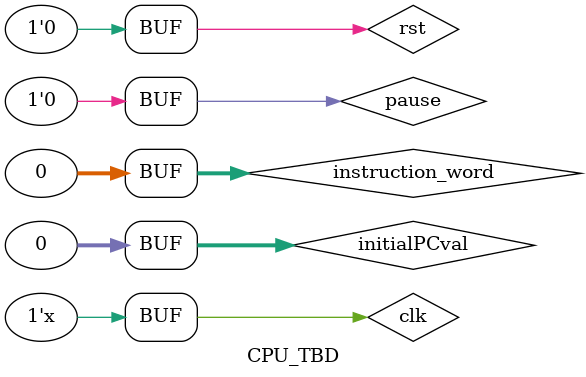
<source format=v>
`timescale 1ns / 1ps


module CPU_TBD;

	// Inputs
	reg clk;
	reg rst;
	reg [31:0] instruction_word;
	reg [31:0] initialPCval;
	reg pause;

	// Outputs
	wire [31:0] Addition_result;
	wire RF_WRITING;
	wire [31:0] Alu_Result;
	
	// Instantiate the Unit Under Test (UUT)
	DataPath uut (
		.clk(clk), 
		.rst(rst), 
		.Addition_result(Addition_result), 
		.instruction_word(instruction_word), 
		.RF_WRITING(RF_WRITING), 
		.Alu_Result(Alu_Result), 
		.initialPCval(initialPCval),
		.pause (pause)
	);
always#5 clk = ~clk;
	initial begin
	// Initialize Inputs
		clk = 0;
		rst = 1;
		instruction_word = 0;
		pause = 0;
		initialPCval = 1;
		initialPCval = 0;
		// Wait 100 ns for global reset to finish
		#10;
		rst = 0;

		/*
		instruction_word = 32'b00000000101000000000000100010011;  	//ADDI x2,x0,10
		#10;	
      instruction_word = 32'b00000000111000000000000110010011;  	//ADDI x3,x0,10
		#10;	
		
		instruction_word = 32'b00000000000000001111010100110111;		//LUI x10
		#10;
		
      //instruction_word = 32'b10000000001000011101000001100011;	//BGT
		//#10;
		
		/*
      instruction_word = 32'b00000000101000011000000110010011;  	//ADDI x3,x3,10
		#10 ;	
		*/
		/*
      instruction_word = 32'b00000000000000101000010001100011; 	//BEQ x5,x0,+8
      instruction_word = 32'b00000000010000010000001000110011; 	//ADD x4,x4,x2
      instruction_word = 32'b00000000000100010001000100010011; 	//SLLI x2,x2,1
      instruction_word = 32'b00000000000100011101000110010011; 	//SRLI x3,x3,1*/
   //   instruction_word = 32'b11111110100111111111000001101111;    //JAL -24
		
		//#10;
		/*instruction_word = 32'b00000000011100011000100001100111;  //jalr x16, x3
										 00000000011100011000100001100111;
	//	instruction_word = 32'b00000000000000000000000000010011;  	//ADDI x2,x0,0
		#10 ;*/
		//pause = 1;	
		// Add stimulus here

	end
      
endmodule

</source>
